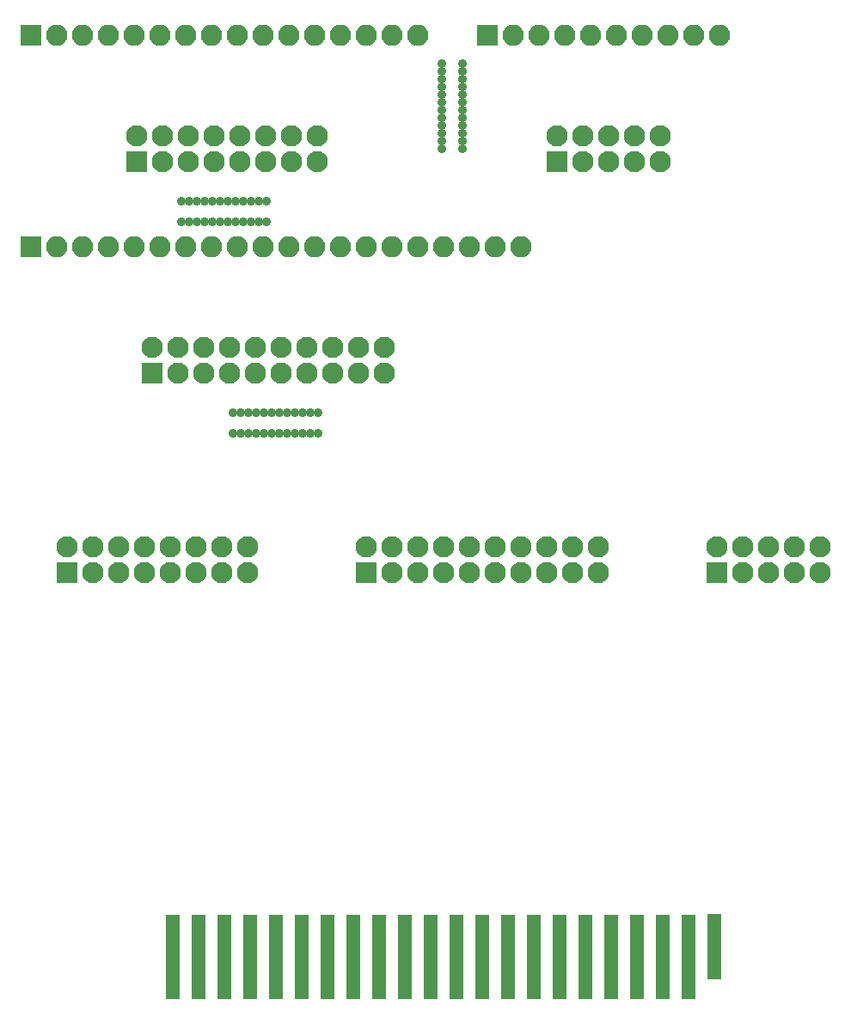
<source format=gbr>
G04 #@! TF.FileFunction,Soldermask,Bot*
%FSLAX46Y46*%
G04 Gerber Fmt 4.6, Leading zero omitted, Abs format (unit mm)*
G04 Created by KiCad (PCBNEW 4.0.7) date 05/21/18 09:05:03*
%MOMM*%
%LPD*%
G01*
G04 APERTURE LIST*
%ADD10C,0.100000*%
%ADD11R,2.100000X2.100000*%
%ADD12C,2.100000*%
%ADD13O,2.100000X2.100000*%
%ADD14R,1.400000X6.400000*%
%ADD15R,1.400000X8.400000*%
%ADD16C,0.900000*%
G04 APERTURE END LIST*
D10*
D11*
X133858000Y-102616000D03*
D12*
X133858000Y-100076000D03*
X136398000Y-102616000D03*
X136398000Y-100076000D03*
X138938000Y-102616000D03*
X138938000Y-100076000D03*
X141478000Y-102616000D03*
X141478000Y-100076000D03*
X144018000Y-102616000D03*
X144018000Y-100076000D03*
X146558000Y-102616000D03*
X146558000Y-100076000D03*
X149098000Y-102616000D03*
X149098000Y-100076000D03*
X151638000Y-102616000D03*
X151638000Y-100076000D03*
X154178000Y-102616000D03*
X154178000Y-100076000D03*
X156718000Y-102616000D03*
X156718000Y-100076000D03*
D11*
X104394000Y-102616000D03*
D12*
X104394000Y-100076000D03*
X106934000Y-102616000D03*
X106934000Y-100076000D03*
X109474000Y-102616000D03*
X109474000Y-100076000D03*
X112014000Y-102616000D03*
X112014000Y-100076000D03*
X114554000Y-102616000D03*
X114554000Y-100076000D03*
X117094000Y-102616000D03*
X117094000Y-100076000D03*
X119634000Y-102616000D03*
X119634000Y-100076000D03*
X122174000Y-102616000D03*
X122174000Y-100076000D03*
D11*
X168402000Y-102616000D03*
D12*
X168402000Y-100076000D03*
X170942000Y-102616000D03*
X170942000Y-100076000D03*
X173482000Y-102616000D03*
X173482000Y-100076000D03*
X176022000Y-102616000D03*
X176022000Y-100076000D03*
X178562000Y-102616000D03*
X178562000Y-100076000D03*
D11*
X152654000Y-62103000D03*
D12*
X152654000Y-59563000D03*
X155194000Y-62103000D03*
X155194000Y-59563000D03*
X157734000Y-62103000D03*
X157734000Y-59563000D03*
X160274000Y-62103000D03*
X160274000Y-59563000D03*
X162814000Y-62103000D03*
X162814000Y-59563000D03*
D11*
X111252000Y-62103000D03*
D12*
X111252000Y-59563000D03*
X113792000Y-62103000D03*
X113792000Y-59563000D03*
X116332000Y-62103000D03*
X116332000Y-59563000D03*
X118872000Y-62103000D03*
X118872000Y-59563000D03*
X121412000Y-62103000D03*
X121412000Y-59563000D03*
X123952000Y-62103000D03*
X123952000Y-59563000D03*
X126492000Y-62103000D03*
X126492000Y-59563000D03*
X129032000Y-62103000D03*
X129032000Y-59563000D03*
D11*
X112776000Y-82931000D03*
D12*
X112776000Y-80391000D03*
X115316000Y-82931000D03*
X115316000Y-80391000D03*
X117856000Y-82931000D03*
X117856000Y-80391000D03*
X120396000Y-82931000D03*
X120396000Y-80391000D03*
X122936000Y-82931000D03*
X122936000Y-80391000D03*
X125476000Y-82931000D03*
X125476000Y-80391000D03*
X128016000Y-82931000D03*
X128016000Y-80391000D03*
X130556000Y-82931000D03*
X130556000Y-80391000D03*
X133096000Y-82931000D03*
X133096000Y-80391000D03*
X135636000Y-82931000D03*
X135636000Y-80391000D03*
D11*
X145796000Y-49657000D03*
D13*
X148336000Y-49657000D03*
X150876000Y-49657000D03*
X153416000Y-49657000D03*
X155956000Y-49657000D03*
X158496000Y-49657000D03*
X161036000Y-49657000D03*
X163576000Y-49657000D03*
X166116000Y-49657000D03*
X168656000Y-49657000D03*
D11*
X100838000Y-49657000D03*
D13*
X103378000Y-49657000D03*
X105918000Y-49657000D03*
X108458000Y-49657000D03*
X110998000Y-49657000D03*
X113538000Y-49657000D03*
X116078000Y-49657000D03*
X118618000Y-49657000D03*
X121158000Y-49657000D03*
X123698000Y-49657000D03*
X126238000Y-49657000D03*
X128778000Y-49657000D03*
X131318000Y-49657000D03*
X133858000Y-49657000D03*
X136398000Y-49657000D03*
X138938000Y-49657000D03*
D11*
X100838000Y-70485000D03*
D13*
X103378000Y-70485000D03*
X105918000Y-70485000D03*
X108458000Y-70485000D03*
X110998000Y-70485000D03*
X113538000Y-70485000D03*
X116078000Y-70485000D03*
X118618000Y-70485000D03*
X121158000Y-70485000D03*
X123698000Y-70485000D03*
X126238000Y-70485000D03*
X128778000Y-70485000D03*
X131318000Y-70485000D03*
X133858000Y-70485000D03*
X136398000Y-70485000D03*
X138938000Y-70485000D03*
X141478000Y-70485000D03*
X144018000Y-70485000D03*
X146558000Y-70485000D03*
X149098000Y-70485000D03*
D14*
X168148000Y-139446000D03*
D15*
X165608000Y-140462000D03*
X163068000Y-140462000D03*
X160528000Y-140462000D03*
X157988000Y-140462000D03*
X155448000Y-140462000D03*
X152908000Y-140462000D03*
X150368000Y-140462000D03*
X147828000Y-140462000D03*
X145288000Y-140462000D03*
X142748000Y-140462000D03*
X140208000Y-140462000D03*
X137668000Y-140462000D03*
X135128000Y-140462000D03*
X132588000Y-140462000D03*
X130048000Y-140462000D03*
X127508000Y-140462000D03*
X124968000Y-140462000D03*
X122428000Y-140462000D03*
X119888000Y-140462000D03*
X117348000Y-140462000D03*
X114808000Y-140462000D03*
D14*
X168148000Y-139462000D03*
D15*
X165608000Y-140462000D03*
X163068000Y-140462000D03*
X160528000Y-140462000D03*
X157988000Y-140462000D03*
X155448000Y-140462000D03*
X152908000Y-140462000D03*
X150368000Y-140462000D03*
X147828000Y-140462000D03*
X145288000Y-140462000D03*
X142748000Y-140462000D03*
X140208000Y-140462000D03*
X137668000Y-140462000D03*
X135128000Y-140462000D03*
X132588000Y-140462000D03*
X130048000Y-140462000D03*
X127508000Y-140462000D03*
X124968000Y-140462000D03*
X122428000Y-140462000D03*
X119888000Y-140462000D03*
X117348000Y-140462000D03*
X114808000Y-140462000D03*
D16*
X128397000Y-86868000D03*
X129159000Y-86868000D03*
X127635000Y-86868000D03*
X126873000Y-86868000D03*
X126873000Y-88900000D03*
X127635000Y-88900000D03*
X128397000Y-88900000D03*
X129159000Y-88900000D03*
X126111000Y-88900000D03*
X125349000Y-88900000D03*
X124587000Y-88900000D03*
X123825000Y-88900000D03*
X123825000Y-86868000D03*
X124587000Y-86868000D03*
X123063000Y-86868000D03*
X126111000Y-86868000D03*
X121539000Y-86868000D03*
X122301000Y-86868000D03*
X120777000Y-86868000D03*
X125349000Y-86868000D03*
X120777000Y-88900000D03*
X121539000Y-88900000D03*
X122301000Y-88900000D03*
X123063000Y-88900000D03*
X123317000Y-66040000D03*
X124079000Y-66040000D03*
X122555000Y-66040000D03*
X121793000Y-66040000D03*
X121793000Y-68072000D03*
X122555000Y-68072000D03*
X123317000Y-68072000D03*
X124079000Y-68072000D03*
X121031000Y-68072000D03*
X120269000Y-68072000D03*
X119507000Y-68072000D03*
X118745000Y-68072000D03*
X118745000Y-66040000D03*
X119507000Y-66040000D03*
X117983000Y-66040000D03*
X121031000Y-66040000D03*
X116459000Y-66040000D03*
X117221000Y-66040000D03*
X115697000Y-66040000D03*
X120269000Y-66040000D03*
X115697000Y-68072000D03*
X116459000Y-68072000D03*
X117221000Y-68072000D03*
X117983000Y-68072000D03*
X141351000Y-53213000D03*
X141351000Y-52451000D03*
X141351000Y-53975000D03*
X141351000Y-54737000D03*
X143383000Y-54737000D03*
X143383000Y-53975000D03*
X143383000Y-53213000D03*
X143383000Y-52451000D03*
X143383000Y-55499000D03*
X143383000Y-56261000D03*
X143383000Y-57023000D03*
X143383000Y-57785000D03*
X141351000Y-57785000D03*
X141351000Y-57023000D03*
X141351000Y-58547000D03*
X141351000Y-55499000D03*
X141351000Y-60071000D03*
X141351000Y-59309000D03*
X141351000Y-60833000D03*
X141351000Y-56261000D03*
X143383000Y-60833000D03*
X143383000Y-60071000D03*
X143383000Y-59309000D03*
X143383000Y-58547000D03*
M02*

</source>
